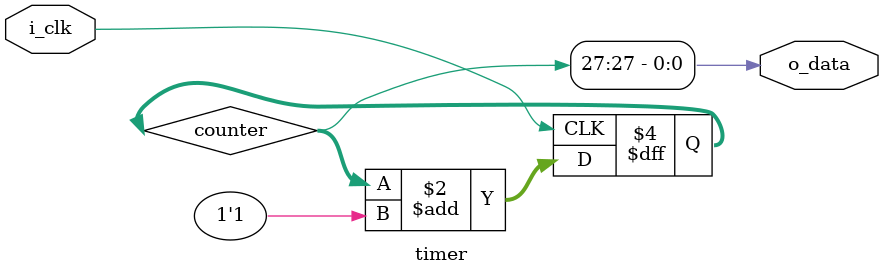
<source format=v>
/*

Free-Running Timer Component

*/

`default_nettype none

module timer #(
    parameter WIDTH             = 28,                           // width of counter chain
    parameter BITS              = 1                             // number of timer output bits
) (
    input                       i_clk,                          // system clock
    output           [BITS-1:0] o_data                          // timer output bits
);

    // establish free-running counter
    reg [WIDTH-1:0] counter = 0;
    always @(posedge i_clk) begin
        counter <= counter + 1'b1;
    end

    assign o_data = counter[WIDTH-1:WIDTH-BITS];

endmodule

</source>
